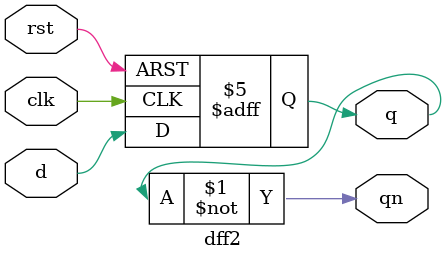
<source format=v>

module dff2(input d, input clk, input rst, output reg q, output qn);
  
  initial q <= 0;
  assign qn = ~q;

  always @ ( posedge clk or posedge rst ) begin
    if(rst == 1) 
      q <= 0;
    else 
      q <= d;
    
  end

endmodule


</source>
